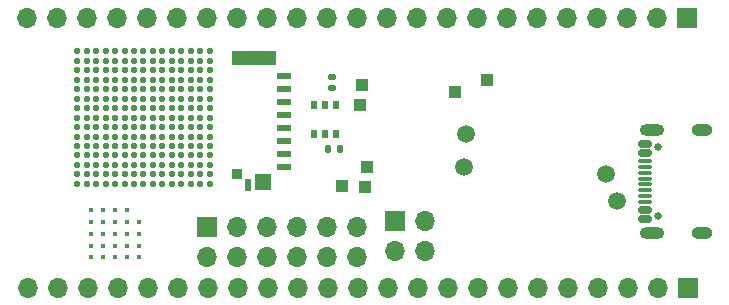
<source format=gbr>
%TF.GenerationSoftware,KiCad,Pcbnew,8.0.6*%
%TF.CreationDate,2024-12-01T18:19:07-08:00*%
%TF.ProjectId,SYNC-VT,53594e43-2d56-4542-9e6b-696361645f70,rev?*%
%TF.SameCoordinates,Original*%
%TF.FileFunction,Soldermask,Top*%
%TF.FilePolarity,Negative*%
%FSLAX46Y46*%
G04 Gerber Fmt 4.6, Leading zero omitted, Abs format (unit mm)*
G04 Created by KiCad (PCBNEW 8.0.6) date 2024-12-01 18:19:07*
%MOMM*%
%LPD*%
G01*
G04 APERTURE LIST*
G04 Aperture macros list*
%AMRoundRect*
0 Rectangle with rounded corners*
0 $1 Rounding radius*
0 $2 $3 $4 $5 $6 $7 $8 $9 X,Y pos of 4 corners*
0 Add a 4 corners polygon primitive as box body*
4,1,4,$2,$3,$4,$5,$6,$7,$8,$9,$2,$3,0*
0 Add four circle primitives for the rounded corners*
1,1,$1+$1,$2,$3*
1,1,$1+$1,$4,$5*
1,1,$1+$1,$6,$7*
1,1,$1+$1,$8,$9*
0 Add four rect primitives between the rounded corners*
20,1,$1+$1,$2,$3,$4,$5,0*
20,1,$1+$1,$4,$5,$6,$7,0*
20,1,$1+$1,$6,$7,$8,$9,0*
20,1,$1+$1,$8,$9,$2,$3,0*%
G04 Aperture macros list end*
%ADD10R,1.700000X1.700000*%
%ADD11O,1.700000X1.700000*%
%ADD12RoundRect,0.140000X0.170000X-0.140000X0.170000X0.140000X-0.170000X0.140000X-0.170000X-0.140000X0*%
%ADD13C,1.500000*%
%ADD14R,1.000000X1.000000*%
%ADD15C,0.574000*%
%ADD16RoundRect,0.140000X0.140000X0.170000X-0.140000X0.170000X-0.140000X-0.170000X0.140000X-0.170000X0*%
%ADD17R,1.244600X0.609600*%
%ADD18R,3.784600X1.193800*%
%ADD19R,1.400000X1.447800*%
%ADD20R,0.609600X0.990600*%
%ADD21R,0.838200X0.939800*%
%ADD22C,0.650000*%
%ADD23RoundRect,0.150000X0.425000X-0.150000X0.425000X0.150000X-0.425000X0.150000X-0.425000X-0.150000X0*%
%ADD24RoundRect,0.075000X0.500000X-0.075000X0.500000X0.075000X-0.500000X0.075000X-0.500000X-0.075000X0*%
%ADD25O,2.100000X1.000000*%
%ADD26O,1.800000X1.000000*%
%ADD27C,0.406400*%
%ADD28R,0.508000X0.774700*%
G04 APERTURE END LIST*
D10*
%TO.C,J5*%
X146150000Y-37920000D03*
D11*
X143610000Y-37920000D03*
X141070000Y-37920000D03*
X138530000Y-37920000D03*
X135990000Y-37920000D03*
X133450000Y-37920000D03*
X130910000Y-37920000D03*
X128370000Y-37920000D03*
X125830000Y-37920000D03*
X123290000Y-37920000D03*
X120750000Y-37920000D03*
X118210000Y-37920000D03*
X115670000Y-37920000D03*
X113130000Y-37920000D03*
X110590000Y-37920000D03*
X108050000Y-37920000D03*
X105510000Y-37920000D03*
X102970000Y-37920000D03*
X100430000Y-37920000D03*
X97890000Y-37920000D03*
X95350000Y-37920000D03*
X92810000Y-37920000D03*
X90270000Y-37920000D03*
%TD*%
D12*
%TO.C,R9*%
X116050002Y-43917300D03*
X116050002Y-42957300D03*
%TD*%
D10*
%TO.C,J6*%
X121370000Y-55130000D03*
D11*
X121370000Y-57670000D03*
X123910000Y-55130000D03*
X123910000Y-57670000D03*
%TD*%
D13*
%TO.C,TP9*%
X127380000Y-47790000D03*
%TD*%
D14*
%TO.C,TP4*%
X119040000Y-50610000D03*
%TD*%
D10*
%TO.C,J4*%
X146160000Y-60790000D03*
D11*
X143620000Y-60790000D03*
X141080000Y-60790000D03*
X138540000Y-60790000D03*
X136000000Y-60790000D03*
X133460000Y-60790000D03*
X130920000Y-60790000D03*
X128380000Y-60790000D03*
X125840000Y-60790000D03*
X123300000Y-60790000D03*
X120760000Y-60790000D03*
X118220000Y-60790000D03*
X115680000Y-60790000D03*
X113140000Y-60790000D03*
X110600000Y-60790000D03*
X108060000Y-60790000D03*
X105520000Y-60790000D03*
X102980000Y-60790000D03*
X100440000Y-60790000D03*
X97900000Y-60790000D03*
X95360000Y-60790000D03*
X92820000Y-60790000D03*
X90280000Y-60790000D03*
%TD*%
D15*
%TO.C,U3*%
X94490000Y-40790000D03*
X95290000Y-40790000D03*
X96090000Y-40790000D03*
X96890000Y-40790000D03*
X97690000Y-40790000D03*
X98490000Y-40790000D03*
X99290000Y-40790000D03*
X100090000Y-40790000D03*
X100890000Y-40790000D03*
X101690000Y-40790000D03*
X102490000Y-40790000D03*
X103290000Y-40790000D03*
X104090000Y-40790000D03*
X104890000Y-40790000D03*
X105690000Y-40790000D03*
X94490000Y-41590000D03*
X95290000Y-41590000D03*
X96090000Y-41590000D03*
X96890000Y-41590000D03*
X97690000Y-41590000D03*
X98490000Y-41590000D03*
X99290000Y-41590000D03*
X100090000Y-41590000D03*
X100890000Y-41590000D03*
X101690000Y-41590000D03*
X102490000Y-41590000D03*
X103290000Y-41590000D03*
X104090000Y-41590000D03*
X104890000Y-41590000D03*
X105690000Y-41590000D03*
X94490000Y-42390000D03*
X95290000Y-42390000D03*
X96090000Y-42390000D03*
X96890000Y-42390000D03*
X97690000Y-42390000D03*
X98490000Y-42390000D03*
X99290000Y-42390000D03*
X100090000Y-42390000D03*
X100890000Y-42390000D03*
X101690000Y-42390000D03*
X102490000Y-42390000D03*
X103290000Y-42390000D03*
X104090000Y-42390000D03*
X104890000Y-42390000D03*
X105690000Y-42390000D03*
X94490000Y-43190000D03*
X95290000Y-43190000D03*
X96090000Y-43190000D03*
X96890000Y-43190000D03*
X97690000Y-43190000D03*
X98490000Y-43190000D03*
X99290000Y-43190000D03*
X100090000Y-43190000D03*
X100890000Y-43190000D03*
X101690000Y-43190000D03*
X102490000Y-43190000D03*
X103290000Y-43190000D03*
X104090000Y-43190000D03*
X104890000Y-43190000D03*
X105690000Y-43190000D03*
X94490000Y-43990000D03*
X95290000Y-43990000D03*
X96090000Y-43990000D03*
X96890000Y-43990000D03*
X97690000Y-43990000D03*
X98490000Y-43990000D03*
X99290000Y-43990000D03*
X100090000Y-43990000D03*
X100890000Y-43990000D03*
X101690000Y-43990000D03*
X102490000Y-43990000D03*
X103290000Y-43990000D03*
X104090000Y-43990000D03*
X104890000Y-43990000D03*
X105690000Y-43990000D03*
X94490000Y-44790000D03*
X95290000Y-44790000D03*
X96090000Y-44790000D03*
X96890000Y-44790000D03*
X97690000Y-44790000D03*
X98490000Y-44790000D03*
X99290000Y-44790000D03*
X100090000Y-44790000D03*
X100890000Y-44790000D03*
X101690000Y-44790000D03*
X102490000Y-44790000D03*
X103290000Y-44790000D03*
X104090000Y-44790000D03*
X104890000Y-44790000D03*
X105690000Y-44790000D03*
X94490000Y-45590000D03*
X95290000Y-45590000D03*
X96090000Y-45590000D03*
X96890000Y-45590000D03*
X97690000Y-45590000D03*
X98490000Y-45590000D03*
X99290000Y-45590000D03*
X100090000Y-45590000D03*
X100890000Y-45590000D03*
X101690000Y-45590000D03*
X102490000Y-45590000D03*
X103290000Y-45590000D03*
X104090000Y-45590000D03*
X104890000Y-45590000D03*
X105690000Y-45590000D03*
X94490000Y-46390000D03*
X95290000Y-46390000D03*
X96090000Y-46390000D03*
X96890000Y-46390000D03*
X97690000Y-46390000D03*
X98490000Y-46390000D03*
X99290000Y-46390000D03*
X100090000Y-46390000D03*
X100890000Y-46390000D03*
X101690000Y-46390000D03*
X102490000Y-46390000D03*
X103290000Y-46390000D03*
X104090000Y-46390000D03*
X104890000Y-46390000D03*
X105690000Y-46390000D03*
X94490000Y-47190000D03*
X95290000Y-47190000D03*
X96090000Y-47190000D03*
X96890000Y-47190000D03*
X97690000Y-47190000D03*
X98490000Y-47190000D03*
X99290000Y-47190000D03*
X100090000Y-47190000D03*
X100890000Y-47190000D03*
X101690000Y-47190000D03*
X102490000Y-47190000D03*
X103290000Y-47190000D03*
X104090000Y-47190000D03*
X104890000Y-47190000D03*
X105690000Y-47190000D03*
X94490000Y-47990000D03*
X95290000Y-47990000D03*
X96090000Y-47990000D03*
X96890000Y-47990000D03*
X97690000Y-47990000D03*
X98490000Y-47990000D03*
X99290000Y-47990000D03*
X100090000Y-47990000D03*
X100890000Y-47990000D03*
X101690000Y-47990000D03*
X102490000Y-47990000D03*
X103290000Y-47990000D03*
X104090000Y-47990000D03*
X104890000Y-47990000D03*
X105690000Y-47990000D03*
X94490000Y-48790000D03*
X95290000Y-48790000D03*
X96090000Y-48790000D03*
X96890000Y-48790000D03*
X97690000Y-48790000D03*
X98490000Y-48790000D03*
X99290000Y-48790000D03*
X100090000Y-48790000D03*
X100890000Y-48790000D03*
X101690000Y-48790000D03*
X102490000Y-48790000D03*
X103290000Y-48790000D03*
X104090000Y-48790000D03*
X104890000Y-48790000D03*
X105690000Y-48790000D03*
X94490000Y-49590000D03*
X95290000Y-49590000D03*
X96090000Y-49590000D03*
X96890000Y-49590000D03*
X97690000Y-49590000D03*
X98490000Y-49590000D03*
X99290000Y-49590000D03*
X100090000Y-49590000D03*
X100890000Y-49590000D03*
X101690000Y-49590000D03*
X102490000Y-49590000D03*
X103290000Y-49590000D03*
X104090000Y-49590000D03*
X104890000Y-49590000D03*
X105690000Y-49590000D03*
X94490000Y-50390000D03*
X95290000Y-50390000D03*
X96090000Y-50390000D03*
X96890000Y-50390000D03*
X97690000Y-50390000D03*
X98490000Y-50390000D03*
X99290000Y-50390000D03*
X100090000Y-50390000D03*
X100890000Y-50390000D03*
X101690000Y-50390000D03*
X102490000Y-50390000D03*
X103290000Y-50390000D03*
X104090000Y-50390000D03*
X104890000Y-50390000D03*
X105690000Y-50390000D03*
X94490000Y-51190000D03*
X95290000Y-51190000D03*
X96090000Y-51190000D03*
X96890000Y-51190000D03*
X97690000Y-51190000D03*
X98490000Y-51190000D03*
X99290000Y-51190000D03*
X100090000Y-51190000D03*
X100890000Y-51190000D03*
X101690000Y-51190000D03*
X102490000Y-51190000D03*
X103290000Y-51190000D03*
X104090000Y-51190000D03*
X104890000Y-51190000D03*
X105690000Y-51190000D03*
X94490000Y-51990000D03*
X95290000Y-51990000D03*
X96090000Y-51990000D03*
X96890000Y-51990000D03*
X97690000Y-51990000D03*
X98490000Y-51990000D03*
X99290000Y-51990000D03*
X100090000Y-51990000D03*
X100890000Y-51990000D03*
X101690000Y-51990000D03*
X102490000Y-51990000D03*
X103290000Y-51990000D03*
X104090000Y-51990000D03*
X104890000Y-51990000D03*
X105690000Y-51990000D03*
%TD*%
D16*
%TO.C,R7*%
X116710002Y-49067300D03*
X115750002Y-49067300D03*
%TD*%
D14*
%TO.C,TP11*%
X129150000Y-43170000D03*
%TD*%
%TO.C,TP5*%
X118600000Y-43670000D03*
%TD*%
D13*
%TO.C,TP7*%
X140158750Y-53490000D03*
%TD*%
D14*
%TO.C,TP2*%
X118440000Y-45350000D03*
%TD*%
D17*
%TO.C,U6*%
X111953900Y-50530012D03*
X111953900Y-49430011D03*
X111953900Y-48330011D03*
X111953900Y-47230010D03*
X111953900Y-46130013D03*
X111953900Y-45030012D03*
X111953900Y-43930012D03*
X111953900Y-42830012D03*
D18*
X109473593Y-41374589D03*
D19*
X110225895Y-51858400D03*
D20*
X108971094Y-52087000D03*
D21*
X107983200Y-51134500D03*
%TD*%
D14*
%TO.C,TP1*%
X118820000Y-52260000D03*
%TD*%
D13*
%TO.C,TP6*%
X139238750Y-51130000D03*
%TD*%
D22*
%TO.C,USB_C_ESP1*%
X143663750Y-54690000D03*
X143663750Y-48910000D03*
D23*
X142588750Y-55000000D03*
X142588750Y-54200000D03*
D24*
X142588750Y-53050000D03*
X142588750Y-52050000D03*
X142588750Y-51550000D03*
X142588750Y-50550000D03*
D23*
X142588750Y-49400000D03*
X142588750Y-48600000D03*
X142588750Y-48600000D03*
X142588750Y-49400000D03*
D24*
X142588750Y-50050000D03*
X142588750Y-51050000D03*
X142588750Y-52550000D03*
X142588750Y-53550000D03*
D23*
X142588750Y-54200000D03*
X142588750Y-55000000D03*
D25*
X143163750Y-56120000D03*
D26*
X147343750Y-56120000D03*
D25*
X143163750Y-47480000D03*
D26*
X147343750Y-47480000D03*
%TD*%
D14*
%TO.C,TP3*%
X116910000Y-52220000D03*
%TD*%
D13*
%TO.C,TP8*%
X127250000Y-50590000D03*
%TD*%
D27*
%TO.C,U7*%
X99680000Y-55220000D03*
X99680000Y-56220000D03*
X99680000Y-57220000D03*
X99680000Y-58220000D03*
X98680000Y-54220000D03*
X98680000Y-55220000D03*
X98680000Y-56220000D03*
X98680000Y-57220000D03*
X98680000Y-58220000D03*
X97680000Y-54220000D03*
X97680000Y-55220000D03*
X97680000Y-56220000D03*
X97680000Y-57220000D03*
X97680000Y-58220000D03*
X96680000Y-54220000D03*
X96680000Y-55220000D03*
X96680000Y-56220000D03*
X96680000Y-57220000D03*
X96680000Y-58220000D03*
X95680000Y-54220000D03*
X95680000Y-55220000D03*
X95680000Y-56220000D03*
X95680000Y-57220000D03*
X95680000Y-58220000D03*
%TD*%
D14*
%TO.C,TP10*%
X126440000Y-44260000D03*
%TD*%
D28*
%TO.C,U4*%
X114500000Y-47817300D03*
X115450001Y-47817300D03*
X116400002Y-47817300D03*
X116400002Y-45290000D03*
X115450001Y-45290000D03*
X114500000Y-45290000D03*
%TD*%
D10*
%TO.C,J3*%
X105500000Y-55640000D03*
D11*
X105500000Y-58180000D03*
X108040000Y-55640000D03*
X108040000Y-58180000D03*
X110580000Y-55640000D03*
X110580000Y-58180000D03*
X113120000Y-55640000D03*
X113120000Y-58180000D03*
X115660000Y-55640000D03*
X115660000Y-58180000D03*
X118200000Y-55640000D03*
X118200000Y-58180000D03*
%TD*%
M02*

</source>
